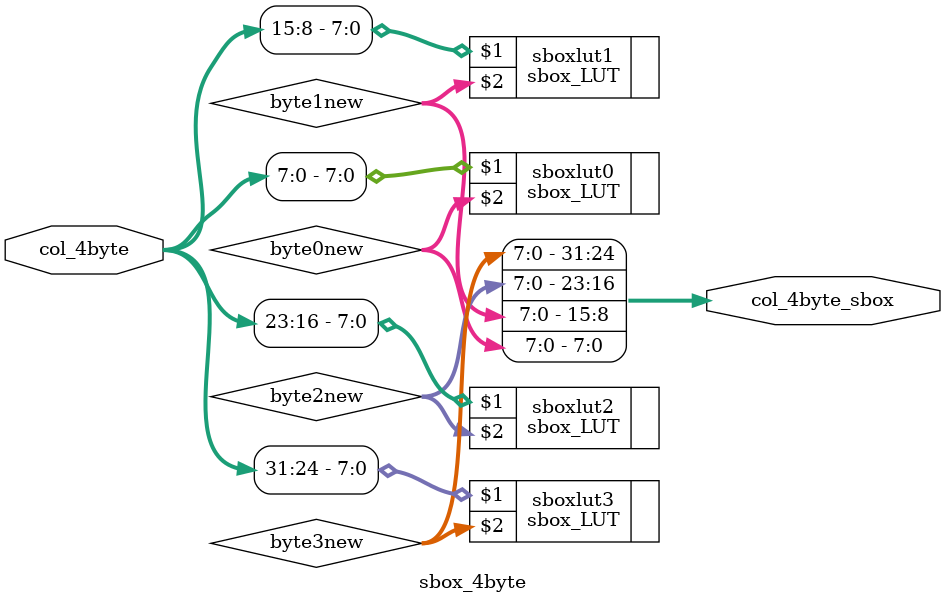
<source format=v>
module key_expand(
	input [127:0] aes_key,
	output [127:0] key1,
	output [127:0] key2,
	output [127:0] key3,
	output [127:0] key4,
	output [127:0] key5,
	output [127:0] key6,
	output [127:0] key7,
	output [127:0] key8,
	output [127:0] key9,
	output [127:0] key10
);


	key_expand_round key_round1(4'b0001, aes_key, key1);
	
	key_expand_round key_round2(4'b0010, key1, key2);
	key_expand_round key_round3(4'b0011, key2, key3);
	key_expand_round key_round4(4'b0100, key3, key4);
	key_expand_round key_round5(4'b0101, key4, key5);
	key_expand_round key_round6(4'b0110, key5, key6);
	key_expand_round key_round7(4'b0111, key6, key7);
	key_expand_round key_round8(4'b1000, key7, key8);
	key_expand_round key_round9(4'b1001, key8, key9);
	key_expand_round key_round10(4'b1010, key9, key10);
	

endmodule


module key_expand_round(
	input [3:0] i,
	input [127:0] key,
	output [127:0] new_key
	
	);


//reg [7:0]key_matrix [3:0] [3:0];
reg [31:0] key_col0;
reg [31:0] key_col1;
reg [31:0] key_col2;
reg [31:0] key_col3;
reg [7:0] shifted_byte;
reg [31:0]key_col0_shifted;
reg [23:0]key_col0_shiftedms;
reg [31:0] key_col0_top_to_bottom;
reg [31:0] rcon;
reg [31:0] xor_col;
reg [31:0] key_col0_sboxed;
reg [31:0] new_col0;
reg [31:0] new_col1;
reg [31:0] new_col2;
reg [31:0] new_col3;


always @(i) begin
case(i)
4'b0001: rcon = {8'h01, 8'h00, 8'h00, 8'h00};
4'b0010: rcon = {8'h02, 8'h00, 8'h00, 8'h00};
4'b0011: rcon = {8'h04, 8'h00, 8'h00, 8'h00};
4'b0100: rcon = {8'h08, 8'h00, 8'h00, 8'h00};
4'b0101: rcon = {8'h10, 8'h00, 8'h00, 8'h00};
4'b0110: rcon = {8'h20, 8'h00, 8'h00, 8'h00};
4'b0111: rcon = {8'h40, 8'h00, 8'h00, 8'h00};
4'b1000: rcon = {8'h80, 8'h00, 8'h00, 8'h00};
4'b1001: rcon = {8'h1b, 8'h00, 8'h00, 8'h00};
4'b1010: rcon = {8'h36, 8'h00, 8'h00, 8'h00};
endcase
end

make_key_matrix keymatrix(key, key_col0, key_col1, key_col2, key_col3);
assign shifted_byte = key_col0[31:24];
assign key_col0_shifted = key_col0 << 8; 
assign key_col0_shiftedms = key_col0_shifted[31:8];
assign key_col0_top_to_bottom = {key_col0_shiftedms, shifted_byte}; //rightmost column top byte moved to bottom
sbox_4byte sboxcol0(key_col0_top_to_bottom, key_col0_sboxed);
assign xor_col = key_col0_sboxed ^ rcon;
assign new_col3 = key_col3 ^ xor_col;
assign new_col2 = new_col3 ^ key_col2;
assign new_col1 = new_col2 ^ key_col1;
assign new_col0 = new_col1 ^ key_col0;
//$display("col3= %h", new_col3);
//assign new_key= {new_col3, new_col2, new_col1, new_col0};
//assign new_key = new_key_matrix;
assign new_key [127:96] =  new_col3;
assign new_key [95:64] = new_col2;
assign new_key [63:32] = new_col1;
assign new_key [31:0] = new_col0;


endmodule


module make_key_matrix(
	input [127:0] key,
	output reg [31:0] key_col0,
	output reg [31:0] key_col1,
	output reg [31:0] key_col2,
	output reg [31:0] key_col3 
	);
	
	
	assign key_col3  =  key[127:96];
	assign key_col2  = key[95:64];
	assign key_col1 =  key[63:32];
	assign key_col0 =  key[31:0];
	
endmodule

module sbox_4byte(
	input [31:0] col_4byte,
	output reg [31:0] col_4byte_sbox
	);
reg [7:0] byte0new;
reg [7:0] byte1new;
reg [7:0] byte2new;
reg [7:0] byte3new;
sbox_LUT sboxlut0(col_4byte[7:0], byte0new);
sbox_LUT sboxlut1(col_4byte[15:8], byte1new);
sbox_LUT sboxlut2(col_4byte[23:16], byte2new);
sbox_LUT sboxlut3(col_4byte[31:24], byte3new);

assign col_4byte_sbox = {byte3new,byte2new,byte1new,byte0new};

endmodule

</source>
